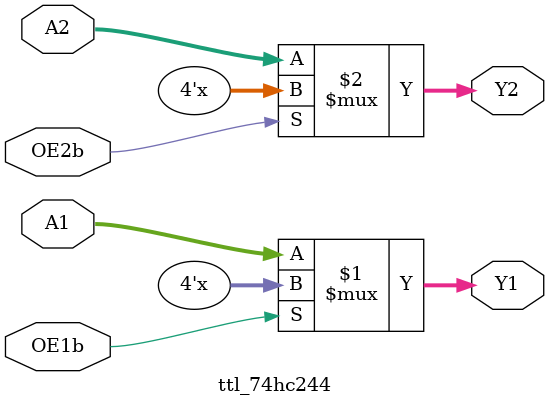
<source format=v>
module ttl_74hc244(
	input [3:0] A1,
	input [3:0] A2,
	output [3:0] Y1,
	output [3:0] Y2,
	input OE1b,
	input OE2b
);

assign #14 Y1 = OE1b ? 4'hz : A1;
assign #14 Y2 = OE2b ? 4'hz : A2;

endmodule

</source>
